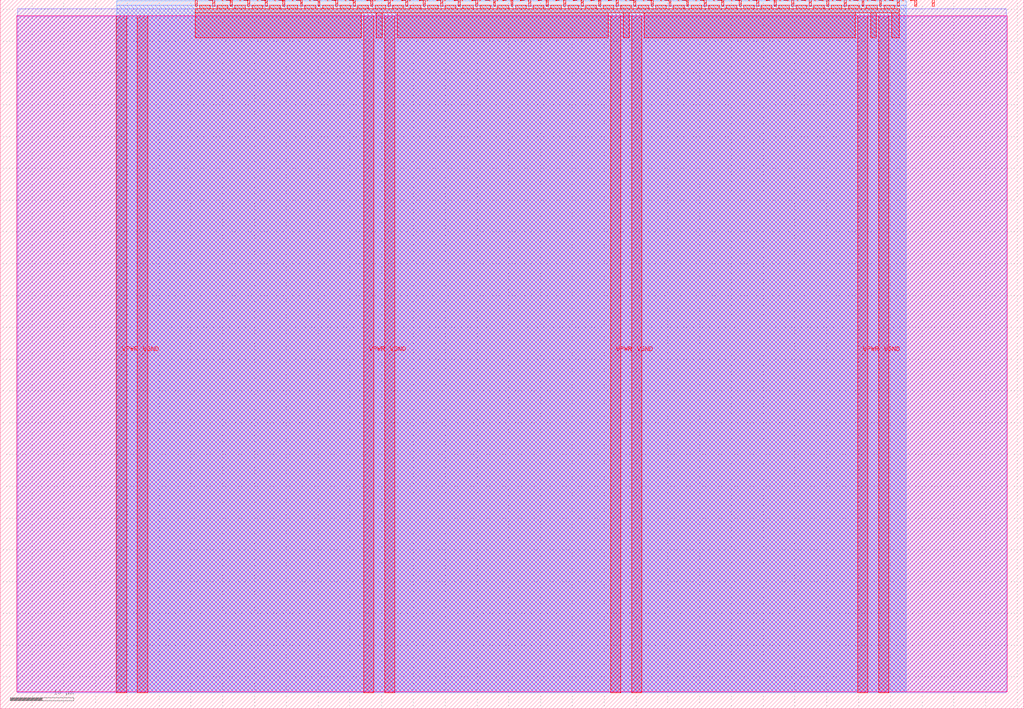
<source format=lef>
VERSION 5.7 ;
  NOWIREEXTENSIONATPIN ON ;
  DIVIDERCHAR "/" ;
  BUSBITCHARS "[]" ;
MACRO tt_um_wokwi_413923260134423553
  CLASS BLOCK ;
  FOREIGN tt_um_wokwi_413923260134423553 ;
  ORIGIN 0.000 0.000 ;
  SIZE 161.000 BY 111.520 ;
  PIN VGND
    DIRECTION INOUT ;
    USE GROUND ;
    PORT
      LAYER met4 ;
        RECT 21.580 2.480 23.180 109.040 ;
    END
    PORT
      LAYER met4 ;
        RECT 60.450 2.480 62.050 109.040 ;
    END
    PORT
      LAYER met4 ;
        RECT 99.320 2.480 100.920 109.040 ;
    END
    PORT
      LAYER met4 ;
        RECT 138.190 2.480 139.790 109.040 ;
    END
  END VGND
  PIN VPWR
    DIRECTION INOUT ;
    USE POWER ;
    PORT
      LAYER met4 ;
        RECT 18.280 2.480 19.880 109.040 ;
    END
    PORT
      LAYER met4 ;
        RECT 57.150 2.480 58.750 109.040 ;
    END
    PORT
      LAYER met4 ;
        RECT 96.020 2.480 97.620 109.040 ;
    END
    PORT
      LAYER met4 ;
        RECT 134.890 2.480 136.490 109.040 ;
    END
  END VPWR
  PIN clk
    DIRECTION INPUT ;
    USE SIGNAL ;
    PORT
      LAYER met4 ;
        RECT 143.830 110.520 144.130 111.520 ;
    END
  END clk
  PIN ena
    DIRECTION INPUT ;
    USE SIGNAL ;
    PORT
      LAYER met4 ;
        RECT 146.590 110.520 146.890 111.520 ;
    END
  END ena
  PIN rst_n
    DIRECTION INPUT ;
    USE SIGNAL ;
    ANTENNAGATEAREA 0.196500 ;
    PORT
      LAYER met4 ;
        RECT 141.070 110.520 141.370 111.520 ;
    END
  END rst_n
  PIN ui_in[0]
    DIRECTION INPUT ;
    USE SIGNAL ;
    ANTENNAGATEAREA 0.213000 ;
    PORT
      LAYER met4 ;
        RECT 138.310 110.520 138.610 111.520 ;
    END
  END ui_in[0]
  PIN ui_in[1]
    DIRECTION INPUT ;
    USE SIGNAL ;
    ANTENNAGATEAREA 0.196500 ;
    PORT
      LAYER met4 ;
        RECT 135.550 110.520 135.850 111.520 ;
    END
  END ui_in[1]
  PIN ui_in[2]
    DIRECTION INPUT ;
    USE SIGNAL ;
    ANTENNAGATEAREA 0.213000 ;
    PORT
      LAYER met4 ;
        RECT 132.790 110.520 133.090 111.520 ;
    END
  END ui_in[2]
  PIN ui_in[3]
    DIRECTION INPUT ;
    USE SIGNAL ;
    ANTENNAGATEAREA 0.196500 ;
    PORT
      LAYER met4 ;
        RECT 130.030 110.520 130.330 111.520 ;
    END
  END ui_in[3]
  PIN ui_in[4]
    DIRECTION INPUT ;
    USE SIGNAL ;
    ANTENNAGATEAREA 0.196500 ;
    PORT
      LAYER met4 ;
        RECT 127.270 110.520 127.570 111.520 ;
    END
  END ui_in[4]
  PIN ui_in[5]
    DIRECTION INPUT ;
    USE SIGNAL ;
    ANTENNAGATEAREA 0.159000 ;
    PORT
      LAYER met4 ;
        RECT 124.510 110.520 124.810 111.520 ;
    END
  END ui_in[5]
  PIN ui_in[6]
    DIRECTION INPUT ;
    USE SIGNAL ;
    ANTENNAGATEAREA 0.196500 ;
    PORT
      LAYER met4 ;
        RECT 121.750 110.520 122.050 111.520 ;
    END
  END ui_in[6]
  PIN ui_in[7]
    DIRECTION INPUT ;
    USE SIGNAL ;
    ANTENNAGATEAREA 0.196500 ;
    PORT
      LAYER met4 ;
        RECT 118.990 110.520 119.290 111.520 ;
    END
  END ui_in[7]
  PIN uio_in[0]
    DIRECTION INPUT ;
    USE SIGNAL ;
    PORT
      LAYER met4 ;
        RECT 116.230 110.520 116.530 111.520 ;
    END
  END uio_in[0]
  PIN uio_in[1]
    DIRECTION INPUT ;
    USE SIGNAL ;
    PORT
      LAYER met4 ;
        RECT 113.470 110.520 113.770 111.520 ;
    END
  END uio_in[1]
  PIN uio_in[2]
    DIRECTION INPUT ;
    USE SIGNAL ;
    PORT
      LAYER met4 ;
        RECT 110.710 110.520 111.010 111.520 ;
    END
  END uio_in[2]
  PIN uio_in[3]
    DIRECTION INPUT ;
    USE SIGNAL ;
    PORT
      LAYER met4 ;
        RECT 107.950 110.520 108.250 111.520 ;
    END
  END uio_in[3]
  PIN uio_in[4]
    DIRECTION INPUT ;
    USE SIGNAL ;
    PORT
      LAYER met4 ;
        RECT 105.190 110.520 105.490 111.520 ;
    END
  END uio_in[4]
  PIN uio_in[5]
    DIRECTION INPUT ;
    USE SIGNAL ;
    PORT
      LAYER met4 ;
        RECT 102.430 110.520 102.730 111.520 ;
    END
  END uio_in[5]
  PIN uio_in[6]
    DIRECTION INPUT ;
    USE SIGNAL ;
    PORT
      LAYER met4 ;
        RECT 99.670 110.520 99.970 111.520 ;
    END
  END uio_in[6]
  PIN uio_in[7]
    DIRECTION INPUT ;
    USE SIGNAL ;
    PORT
      LAYER met4 ;
        RECT 96.910 110.520 97.210 111.520 ;
    END
  END uio_in[7]
  PIN uio_oe[0]
    DIRECTION OUTPUT ;
    USE SIGNAL ;
    PORT
      LAYER met4 ;
        RECT 49.990 110.520 50.290 111.520 ;
    END
  END uio_oe[0]
  PIN uio_oe[1]
    DIRECTION OUTPUT ;
    USE SIGNAL ;
    PORT
      LAYER met4 ;
        RECT 47.230 110.520 47.530 111.520 ;
    END
  END uio_oe[1]
  PIN uio_oe[2]
    DIRECTION OUTPUT ;
    USE SIGNAL ;
    PORT
      LAYER met4 ;
        RECT 44.470 110.520 44.770 111.520 ;
    END
  END uio_oe[2]
  PIN uio_oe[3]
    DIRECTION OUTPUT ;
    USE SIGNAL ;
    PORT
      LAYER met4 ;
        RECT 41.710 110.520 42.010 111.520 ;
    END
  END uio_oe[3]
  PIN uio_oe[4]
    DIRECTION OUTPUT ;
    USE SIGNAL ;
    PORT
      LAYER met4 ;
        RECT 38.950 110.520 39.250 111.520 ;
    END
  END uio_oe[4]
  PIN uio_oe[5]
    DIRECTION OUTPUT ;
    USE SIGNAL ;
    PORT
      LAYER met4 ;
        RECT 36.190 110.520 36.490 111.520 ;
    END
  END uio_oe[5]
  PIN uio_oe[6]
    DIRECTION OUTPUT ;
    USE SIGNAL ;
    PORT
      LAYER met4 ;
        RECT 33.430 110.520 33.730 111.520 ;
    END
  END uio_oe[6]
  PIN uio_oe[7]
    DIRECTION OUTPUT ;
    USE SIGNAL ;
    PORT
      LAYER met4 ;
        RECT 30.670 110.520 30.970 111.520 ;
    END
  END uio_oe[7]
  PIN uio_out[0]
    DIRECTION OUTPUT ;
    USE SIGNAL ;
    PORT
      LAYER met4 ;
        RECT 72.070 110.520 72.370 111.520 ;
    END
  END uio_out[0]
  PIN uio_out[1]
    DIRECTION OUTPUT ;
    USE SIGNAL ;
    PORT
      LAYER met4 ;
        RECT 69.310 110.520 69.610 111.520 ;
    END
  END uio_out[1]
  PIN uio_out[2]
    DIRECTION OUTPUT ;
    USE SIGNAL ;
    PORT
      LAYER met4 ;
        RECT 66.550 110.520 66.850 111.520 ;
    END
  END uio_out[2]
  PIN uio_out[3]
    DIRECTION OUTPUT ;
    USE SIGNAL ;
    PORT
      LAYER met4 ;
        RECT 63.790 110.520 64.090 111.520 ;
    END
  END uio_out[3]
  PIN uio_out[4]
    DIRECTION OUTPUT ;
    USE SIGNAL ;
    PORT
      LAYER met4 ;
        RECT 61.030 110.520 61.330 111.520 ;
    END
  END uio_out[4]
  PIN uio_out[5]
    DIRECTION OUTPUT ;
    USE SIGNAL ;
    PORT
      LAYER met4 ;
        RECT 58.270 110.520 58.570 111.520 ;
    END
  END uio_out[5]
  PIN uio_out[6]
    DIRECTION OUTPUT ;
    USE SIGNAL ;
    PORT
      LAYER met4 ;
        RECT 55.510 110.520 55.810 111.520 ;
    END
  END uio_out[6]
  PIN uio_out[7]
    DIRECTION OUTPUT ;
    USE SIGNAL ;
    PORT
      LAYER met4 ;
        RECT 52.750 110.520 53.050 111.520 ;
    END
  END uio_out[7]
  PIN uo_out[0]
    DIRECTION OUTPUT ;
    USE SIGNAL ;
    ANTENNADIFFAREA 0.795200 ;
    PORT
      LAYER met4 ;
        RECT 94.150 110.520 94.450 111.520 ;
    END
  END uo_out[0]
  PIN uo_out[1]
    DIRECTION OUTPUT ;
    USE SIGNAL ;
    ANTENNADIFFAREA 0.795200 ;
    PORT
      LAYER met4 ;
        RECT 91.390 110.520 91.690 111.520 ;
    END
  END uo_out[1]
  PIN uo_out[2]
    DIRECTION OUTPUT ;
    USE SIGNAL ;
    ANTENNADIFFAREA 0.445500 ;
    PORT
      LAYER met4 ;
        RECT 88.630 110.520 88.930 111.520 ;
    END
  END uo_out[2]
  PIN uo_out[3]
    DIRECTION OUTPUT ;
    USE SIGNAL ;
    ANTENNADIFFAREA 0.445500 ;
    PORT
      LAYER met4 ;
        RECT 85.870 110.520 86.170 111.520 ;
    END
  END uo_out[3]
  PIN uo_out[4]
    DIRECTION OUTPUT ;
    USE SIGNAL ;
    ANTENNADIFFAREA 0.445500 ;
    PORT
      LAYER met4 ;
        RECT 83.110 110.520 83.410 111.520 ;
    END
  END uo_out[4]
  PIN uo_out[5]
    DIRECTION OUTPUT ;
    USE SIGNAL ;
    ANTENNADIFFAREA 0.445500 ;
    PORT
      LAYER met4 ;
        RECT 80.350 110.520 80.650 111.520 ;
    END
  END uo_out[5]
  PIN uo_out[6]
    DIRECTION OUTPUT ;
    USE SIGNAL ;
    ANTENNADIFFAREA 0.795200 ;
    PORT
      LAYER met4 ;
        RECT 77.590 110.520 77.890 111.520 ;
    END
  END uo_out[6]
  PIN uo_out[7]
    DIRECTION OUTPUT ;
    USE SIGNAL ;
    ANTENNADIFFAREA 0.795200 ;
    PORT
      LAYER met4 ;
        RECT 74.830 110.520 75.130 111.520 ;
    END
  END uo_out[7]
  OBS
      LAYER nwell ;
        RECT 2.570 2.635 158.430 108.990 ;
      LAYER li1 ;
        RECT 2.760 2.635 158.240 108.885 ;
      LAYER met1 ;
        RECT 2.760 2.480 158.240 110.120 ;
      LAYER met2 ;
        RECT 18.310 2.535 142.510 110.685 ;
      LAYER met3 ;
        RECT 18.290 2.555 142.535 111.330 ;
      LAYER met4 ;
        RECT 31.370 110.120 33.030 110.665 ;
        RECT 34.130 110.120 35.790 110.665 ;
        RECT 36.890 110.120 38.550 110.665 ;
        RECT 39.650 110.120 41.310 110.665 ;
        RECT 42.410 110.120 44.070 110.665 ;
        RECT 45.170 110.120 46.830 110.665 ;
        RECT 47.930 110.120 49.590 110.665 ;
        RECT 50.690 110.120 52.350 110.665 ;
        RECT 53.450 110.120 55.110 110.665 ;
        RECT 56.210 110.120 57.870 110.665 ;
        RECT 58.970 110.120 60.630 110.665 ;
        RECT 61.730 110.120 63.390 110.665 ;
        RECT 64.490 110.120 66.150 110.665 ;
        RECT 67.250 110.120 68.910 110.665 ;
        RECT 70.010 110.120 71.670 110.665 ;
        RECT 72.770 110.120 74.430 110.665 ;
        RECT 75.530 110.120 77.190 110.665 ;
        RECT 78.290 110.120 79.950 110.665 ;
        RECT 81.050 110.120 82.710 110.665 ;
        RECT 83.810 110.120 85.470 110.665 ;
        RECT 86.570 110.120 88.230 110.665 ;
        RECT 89.330 110.120 90.990 110.665 ;
        RECT 92.090 110.120 93.750 110.665 ;
        RECT 94.850 110.120 96.510 110.665 ;
        RECT 97.610 110.120 99.270 110.665 ;
        RECT 100.370 110.120 102.030 110.665 ;
        RECT 103.130 110.120 104.790 110.665 ;
        RECT 105.890 110.120 107.550 110.665 ;
        RECT 108.650 110.120 110.310 110.665 ;
        RECT 111.410 110.120 113.070 110.665 ;
        RECT 114.170 110.120 115.830 110.665 ;
        RECT 116.930 110.120 118.590 110.665 ;
        RECT 119.690 110.120 121.350 110.665 ;
        RECT 122.450 110.120 124.110 110.665 ;
        RECT 125.210 110.120 126.870 110.665 ;
        RECT 127.970 110.120 129.630 110.665 ;
        RECT 130.730 110.120 132.390 110.665 ;
        RECT 133.490 110.120 135.150 110.665 ;
        RECT 136.250 110.120 137.910 110.665 ;
        RECT 139.010 110.120 140.670 110.665 ;
        RECT 30.655 109.440 141.385 110.120 ;
        RECT 30.655 105.575 56.750 109.440 ;
        RECT 59.150 105.575 60.050 109.440 ;
        RECT 62.450 105.575 95.620 109.440 ;
        RECT 98.020 105.575 98.920 109.440 ;
        RECT 101.320 105.575 134.490 109.440 ;
        RECT 136.890 105.575 137.790 109.440 ;
        RECT 140.190 105.575 141.385 109.440 ;
  END
END tt_um_wokwi_413923260134423553
END LIBRARY


</source>
